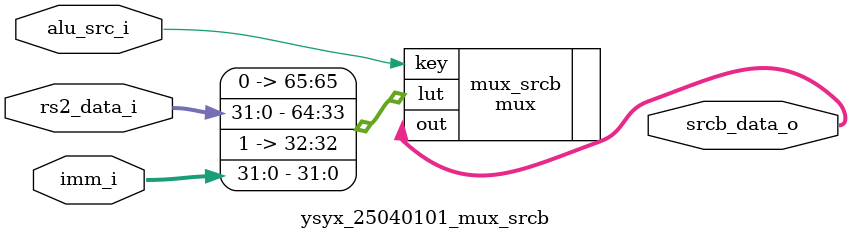
<source format=v>
module ysyx_25040101_mux_srcb(
	// from ctrl_unit
	input wire alu_src_i,
	// from regs
	input wire[31:0] rs2_data_i,
	// from extend
	input wire[31:0] imm_i,
	// to alu
	output wire[31:0] srcb_data_o
);
	mux #(
		.NR_KEY(2),
		.KEY_LEN(1),
		.DATA_LEN(32)
	) mux_srcb (
		.out(srcb_data_o),
		.key(alu_src_i),
		.lut({
			1'b0, rs2_data_i,
			1'b1, imm_i
		})
	);
endmodule

</source>
